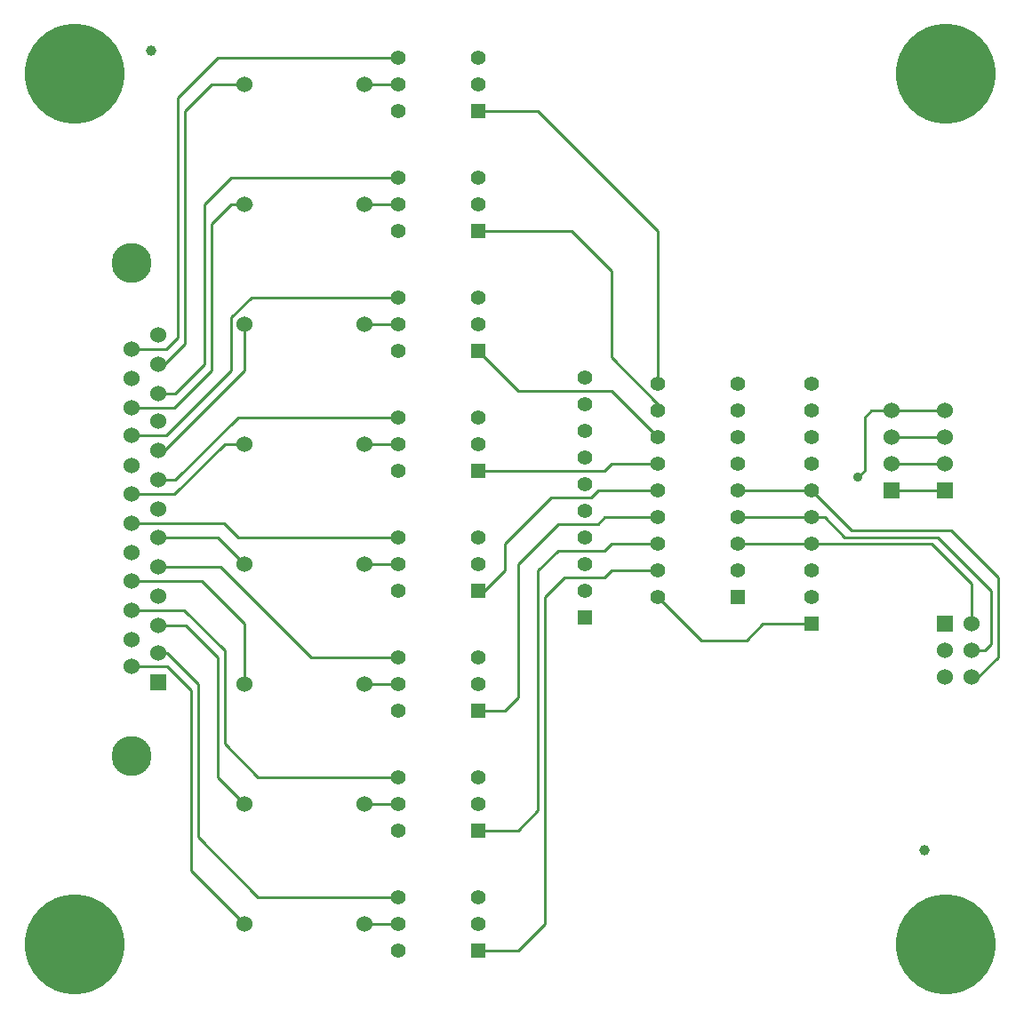
<source format=gtl>
G04 (created by PCBNEW (2013-04-19 BZR 4011)-stable) date 04/06/2014 18:06:47*
%MOIN*%
G04 Gerber Fmt 3.4, Leading zero omitted, Abs format*
%FSLAX34Y34*%
G01*
G70*
G90*
G04 APERTURE LIST*
%ADD10C,0.006*%
%ADD11C,0.06*%
%ADD12R,0.055X0.055*%
%ADD13C,0.055*%
%ADD14C,0.375*%
%ADD15C,0.0393701*%
%ADD16R,0.06X0.06*%
%ADD17C,0.15*%
%ADD18C,0.035*%
%ADD19C,0.01*%
G04 APERTURE END LIST*
G54D10*
G54D11*
X13250Y-2750D03*
X8750Y-2750D03*
X13250Y-7250D03*
X8750Y-7250D03*
X13250Y-11750D03*
X8750Y-11750D03*
X13250Y-16250D03*
X8750Y-16250D03*
X13250Y-20750D03*
X8750Y-20750D03*
X13250Y-25250D03*
X8750Y-25250D03*
X13250Y-34250D03*
X8750Y-34250D03*
X13250Y-29750D03*
X8750Y-29750D03*
G54D12*
X17500Y-35250D03*
G54D13*
X17500Y-34250D03*
X17500Y-33250D03*
X14500Y-33250D03*
X14500Y-34250D03*
X14500Y-35250D03*
G54D12*
X17500Y-3750D03*
G54D13*
X17500Y-2750D03*
X17500Y-1750D03*
X14500Y-1750D03*
X14500Y-2750D03*
X14500Y-3750D03*
G54D12*
X17500Y-8250D03*
G54D13*
X17500Y-7250D03*
X17500Y-6250D03*
X14500Y-6250D03*
X14500Y-7250D03*
X14500Y-8250D03*
G54D12*
X17500Y-12750D03*
G54D13*
X17500Y-11750D03*
X17500Y-10750D03*
X14500Y-10750D03*
X14500Y-11750D03*
X14500Y-12750D03*
G54D12*
X17500Y-17250D03*
G54D13*
X17500Y-16250D03*
X17500Y-15250D03*
X14500Y-15250D03*
X14500Y-16250D03*
X14500Y-17250D03*
G54D12*
X17500Y-21750D03*
G54D13*
X17500Y-20750D03*
X17500Y-19750D03*
X14500Y-19750D03*
X14500Y-20750D03*
X14500Y-21750D03*
G54D12*
X17500Y-26250D03*
G54D13*
X17500Y-25250D03*
X17500Y-24250D03*
X14500Y-24250D03*
X14500Y-25250D03*
X14500Y-26250D03*
G54D12*
X17500Y-30750D03*
G54D13*
X17500Y-29750D03*
X17500Y-28750D03*
X14500Y-28750D03*
X14500Y-29750D03*
X14500Y-30750D03*
G54D14*
X2362Y-2362D03*
X35039Y-2362D03*
X2362Y-35039D03*
X35039Y-35039D03*
G54D15*
X5250Y-1500D03*
X34250Y-31500D03*
G54D16*
X35000Y-18000D03*
G54D11*
X35000Y-17000D03*
X35000Y-16000D03*
X35000Y-15000D03*
G54D16*
X35000Y-23000D03*
G54D11*
X36000Y-23000D03*
X35000Y-24000D03*
X36000Y-24000D03*
X35000Y-25000D03*
X36000Y-25000D03*
G54D12*
X27250Y-22000D03*
G54D13*
X27250Y-21000D03*
X27250Y-20000D03*
X27250Y-19000D03*
X27250Y-18000D03*
X27250Y-17000D03*
X27250Y-16000D03*
X27250Y-15000D03*
X27250Y-14000D03*
X24250Y-14000D03*
X24250Y-15000D03*
X24250Y-16000D03*
X24250Y-17000D03*
X24250Y-18000D03*
X24250Y-19000D03*
X24250Y-20000D03*
X24250Y-21000D03*
X24250Y-22000D03*
G54D17*
X4500Y-9450D03*
X4500Y-27950D03*
G54D16*
X5500Y-25200D03*
G54D11*
X5500Y-24100D03*
X5500Y-23050D03*
X5500Y-21950D03*
X5500Y-20850D03*
X5500Y-19750D03*
X5500Y-18700D03*
X5500Y-17600D03*
X5500Y-16500D03*
X5500Y-15400D03*
X5500Y-14350D03*
X5500Y-13250D03*
X5500Y-12150D03*
X4500Y-24580D03*
X4500Y-23580D03*
X4500Y-22480D03*
X4500Y-21400D03*
X4500Y-20320D03*
X4500Y-19220D03*
X4500Y-18140D03*
X4500Y-17060D03*
X4500Y-15940D03*
X4500Y-14880D03*
X4500Y-13800D03*
X4500Y-12700D03*
G54D12*
X21500Y-22750D03*
G54D13*
X21500Y-21750D03*
X21500Y-20750D03*
X21500Y-19750D03*
X21500Y-18750D03*
X21500Y-17750D03*
X21500Y-16750D03*
X21500Y-15750D03*
X21500Y-14750D03*
X21500Y-13750D03*
G54D12*
X30000Y-23000D03*
G54D13*
X30000Y-22000D03*
X30000Y-21000D03*
X30000Y-20000D03*
X30000Y-19000D03*
X30000Y-18000D03*
X30000Y-17000D03*
X30000Y-16000D03*
X30000Y-15000D03*
X30000Y-14000D03*
G54D16*
X33000Y-18000D03*
G54D11*
X33000Y-17000D03*
X33000Y-16000D03*
X33000Y-15000D03*
G54D18*
X31750Y-17500D03*
G54D19*
X36000Y-25000D02*
X36250Y-25000D01*
X31500Y-19500D02*
X30000Y-18000D01*
X35250Y-19500D02*
X31500Y-19500D01*
X37000Y-21250D02*
X35250Y-19500D01*
X37000Y-24250D02*
X37000Y-21250D01*
X36250Y-25000D02*
X37000Y-24250D01*
X27250Y-18000D02*
X30000Y-18000D01*
X30000Y-19000D02*
X30500Y-19000D01*
X36500Y-24000D02*
X36000Y-24000D01*
X36750Y-23750D02*
X36500Y-24000D01*
X36750Y-21750D02*
X36750Y-23750D01*
X34750Y-19750D02*
X36750Y-21750D01*
X31250Y-19750D02*
X34750Y-19750D01*
X30500Y-19000D02*
X31250Y-19750D01*
X27250Y-19000D02*
X30000Y-19000D01*
X36000Y-23000D02*
X36000Y-21500D01*
X34500Y-20000D02*
X30000Y-20000D01*
X36000Y-21500D02*
X34500Y-20000D01*
X27250Y-20000D02*
X30000Y-20000D01*
X35000Y-18000D02*
X33000Y-18000D01*
X32250Y-15000D02*
X33000Y-15000D01*
X32000Y-15250D02*
X32250Y-15000D01*
X32000Y-17250D02*
X32000Y-15250D01*
X31750Y-17500D02*
X32000Y-17250D01*
X33000Y-15000D02*
X35000Y-15000D01*
X33000Y-16000D02*
X35000Y-16000D01*
X30000Y-23000D02*
X28181Y-23000D01*
X25872Y-23622D02*
X24250Y-22000D01*
X27559Y-23622D02*
X25872Y-23622D01*
X28181Y-23000D02*
X27559Y-23622D01*
X33000Y-17000D02*
X35000Y-17000D01*
X5500Y-13250D02*
X5749Y-13250D01*
X5749Y-13250D02*
X6500Y-12500D01*
X7500Y-2750D02*
X8750Y-2750D01*
X6500Y-3750D02*
X7500Y-2750D01*
X6500Y-12500D02*
X6500Y-3750D01*
X24250Y-15000D02*
X24250Y-14750D01*
X21000Y-8250D02*
X17500Y-8250D01*
X22500Y-9750D02*
X21000Y-8250D01*
X22500Y-13000D02*
X22500Y-9750D01*
X24250Y-14750D02*
X22500Y-13000D01*
X24250Y-14000D02*
X24250Y-8250D01*
X19750Y-3750D02*
X17500Y-3750D01*
X24250Y-8250D02*
X19750Y-3750D01*
X4500Y-12700D02*
X5799Y-12700D01*
X5799Y-12700D02*
X6250Y-12250D01*
X6250Y-3250D02*
X7750Y-1750D01*
X6250Y-12250D02*
X6250Y-3250D01*
X7750Y-1750D02*
X14500Y-1750D01*
X5500Y-14350D02*
X6149Y-14350D01*
X7250Y-7250D02*
X8250Y-6250D01*
X7250Y-13250D02*
X7250Y-7250D01*
X6149Y-14350D02*
X7250Y-13250D01*
X8250Y-6250D02*
X14500Y-6250D01*
X4500Y-14880D02*
X6119Y-14880D01*
X6119Y-14880D02*
X7500Y-13500D01*
X9000Y-7250D02*
X8750Y-7250D01*
X8250Y-7250D02*
X9000Y-7250D01*
X7500Y-8000D02*
X8250Y-7250D01*
X7500Y-13500D02*
X7500Y-8000D01*
X4500Y-18140D02*
X6109Y-18140D01*
X8000Y-16250D02*
X8750Y-16250D01*
X6109Y-18140D02*
X8000Y-16250D01*
X5500Y-19750D02*
X7750Y-19750D01*
X7750Y-19750D02*
X8750Y-20750D01*
X4500Y-15940D02*
X5809Y-15940D01*
X9000Y-10750D02*
X14500Y-10750D01*
X8250Y-11500D02*
X9000Y-10750D01*
X8250Y-13500D02*
X8250Y-11500D01*
X5809Y-15940D02*
X8250Y-13500D01*
X13250Y-2750D02*
X14500Y-2750D01*
X4500Y-24580D02*
X5830Y-24580D01*
X6750Y-32250D02*
X8750Y-34250D01*
X6750Y-25500D02*
X6750Y-32250D01*
X5830Y-24580D02*
X6750Y-25500D01*
X5500Y-23050D02*
X6550Y-23050D01*
X7750Y-28750D02*
X8750Y-29750D01*
X7750Y-24250D02*
X7750Y-28750D01*
X6550Y-23050D02*
X7750Y-24250D01*
X8750Y-11750D02*
X8750Y-13500D01*
X5749Y-16500D02*
X5500Y-16500D01*
X8750Y-13500D02*
X5749Y-16500D01*
X13250Y-25250D02*
X14500Y-25250D01*
X5500Y-20850D02*
X7850Y-20850D01*
X11250Y-24250D02*
X14500Y-24250D01*
X7850Y-20850D02*
X11250Y-24250D01*
X13250Y-20750D02*
X14500Y-20750D01*
X13250Y-29750D02*
X14500Y-29750D01*
X4500Y-22480D02*
X6480Y-22480D01*
X9250Y-28750D02*
X14500Y-28750D01*
X8000Y-27500D02*
X9250Y-28750D01*
X8000Y-24000D02*
X8000Y-27500D01*
X6480Y-22480D02*
X8000Y-24000D01*
X24250Y-20000D02*
X22500Y-20000D01*
X19000Y-30750D02*
X17500Y-30750D01*
X19750Y-30000D02*
X19000Y-30750D01*
X19750Y-21000D02*
X19750Y-30000D01*
X20500Y-20250D02*
X19750Y-21000D01*
X22250Y-20250D02*
X20500Y-20250D01*
X22500Y-20000D02*
X22250Y-20250D01*
X13250Y-34250D02*
X14500Y-34250D01*
X5500Y-24100D02*
X5850Y-24100D01*
X9250Y-33250D02*
X14500Y-33250D01*
X7000Y-31000D02*
X9250Y-33250D01*
X7000Y-25250D02*
X7000Y-31000D01*
X5850Y-24100D02*
X7000Y-25250D01*
X5500Y-17600D02*
X6149Y-17600D01*
X8500Y-15250D02*
X14500Y-15250D01*
X6149Y-17600D02*
X8500Y-15250D01*
X13250Y-7250D02*
X14500Y-7250D01*
X13250Y-11750D02*
X14500Y-11750D01*
X4500Y-21400D02*
X7150Y-21400D01*
X8750Y-23000D02*
X8750Y-25250D01*
X7150Y-21400D02*
X8750Y-23000D01*
X13250Y-16250D02*
X14500Y-16250D01*
X17500Y-35250D02*
X19000Y-35250D01*
X19000Y-35250D02*
X20000Y-34250D01*
X24250Y-21000D02*
X22500Y-21000D01*
X20000Y-22000D02*
X20000Y-34250D01*
X20750Y-21250D02*
X20000Y-22000D01*
X22250Y-21250D02*
X20750Y-21250D01*
X22500Y-21000D02*
X22250Y-21250D01*
X4500Y-19220D02*
X7970Y-19220D01*
X8500Y-19750D02*
X14500Y-19750D01*
X7970Y-19220D02*
X8500Y-19750D01*
X24250Y-19000D02*
X22250Y-19000D01*
X18500Y-26250D02*
X17500Y-26250D01*
X19000Y-25750D02*
X18500Y-26250D01*
X19000Y-20750D02*
X19000Y-25750D01*
X20500Y-19250D02*
X19000Y-20750D01*
X22000Y-19250D02*
X20500Y-19250D01*
X22250Y-19000D02*
X22000Y-19250D01*
X19250Y-14250D02*
X22500Y-14250D01*
X22500Y-14250D02*
X24250Y-16000D01*
X19000Y-14250D02*
X17500Y-12750D01*
X19250Y-14250D02*
X19000Y-14250D01*
X24250Y-18000D02*
X22000Y-18000D01*
X17750Y-21750D02*
X17500Y-21750D01*
X18500Y-21000D02*
X17750Y-21750D01*
X18500Y-20000D02*
X18500Y-21000D01*
X20250Y-18250D02*
X18500Y-20000D01*
X21750Y-18250D02*
X20250Y-18250D01*
X22000Y-18000D02*
X21750Y-18250D01*
X24250Y-17000D02*
X22500Y-17000D01*
X22250Y-17250D02*
X17500Y-17250D01*
X22500Y-17000D02*
X22250Y-17250D01*
M02*

</source>
